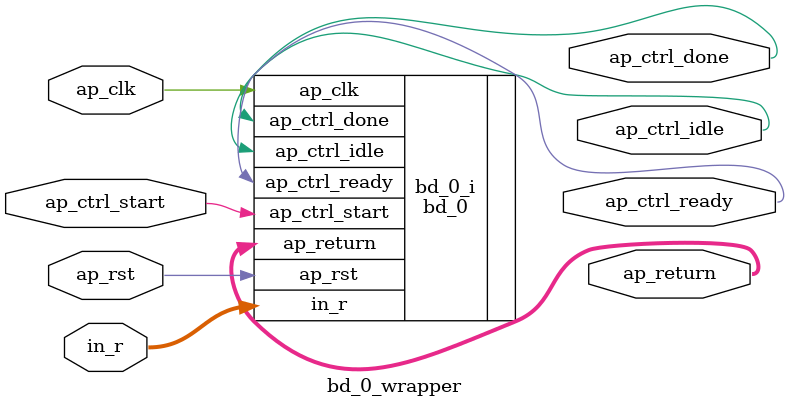
<source format=v>
`timescale 1 ps / 1 ps

module bd_0_wrapper
   (ap_clk,
    ap_ctrl_done,
    ap_ctrl_idle,
    ap_ctrl_ready,
    ap_ctrl_start,
    ap_return,
    ap_rst,
    in_r);
  input ap_clk;
  output ap_ctrl_done;
  output ap_ctrl_idle;
  output ap_ctrl_ready;
  input ap_ctrl_start;
  output [15:0]ap_return;
  input ap_rst;
  input [15:0]in_r;

  wire ap_clk;
  wire ap_ctrl_done;
  wire ap_ctrl_idle;
  wire ap_ctrl_ready;
  wire ap_ctrl_start;
  wire [15:0]ap_return;
  wire ap_rst;
  wire [15:0]in_r;

  bd_0 bd_0_i
       (.ap_clk(ap_clk),
        .ap_ctrl_done(ap_ctrl_done),
        .ap_ctrl_idle(ap_ctrl_idle),
        .ap_ctrl_ready(ap_ctrl_ready),
        .ap_ctrl_start(ap_ctrl_start),
        .ap_return(ap_return),
        .ap_rst(ap_rst),
        .in_r(in_r));
endmodule

</source>
